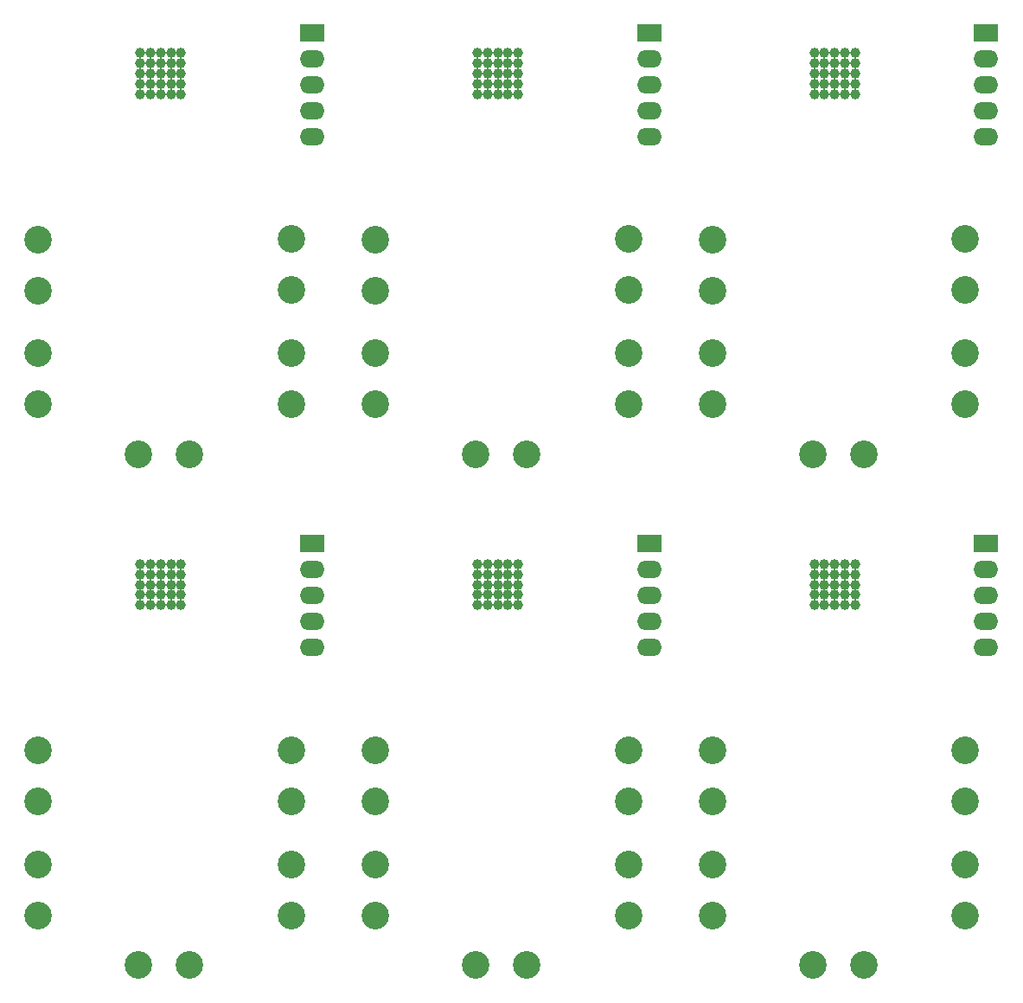
<source format=gbs>
G04 #@! TF.GenerationSoftware,KiCad,Pcbnew,no-vcs-found-91ed3e2~59~ubuntu16.04.1*
G04 #@! TF.CreationDate,2017-08-21T18:57:55+02:00*
G04 #@! TF.ProjectId,ESP32-bat-monitor-latch-pan,45535033322D6261742D6D6F6E69746F,rev?*
G04 #@! TF.SameCoordinates,Original*
G04 #@! TF.FileFunction,Soldermask,Bot*
G04 #@! TF.FilePolarity,Negative*
%FSLAX46Y46*%
G04 Gerber Fmt 4.6, Leading zero omitted, Abs format (unit mm)*
G04 Created by KiCad (PCBNEW no-vcs-found-91ed3e2~59~ubuntu16.04.1) date Mon Aug 21 18:57:55 2017*
%MOMM*%
%LPD*%
G01*
G04 APERTURE LIST*
%ADD10C,1.000000*%
%ADD11C,2.700000*%
%ADD12O,2.399640X1.724000*%
%ADD13R,2.399640X1.724000*%
G04 APERTURE END LIST*
D10*
X71392000Y-96800000D03*
X71392000Y-97800000D03*
X71392000Y-98800000D03*
X71392000Y-99800000D03*
X71392000Y-100800000D03*
X69392000Y-96800000D03*
X69392000Y-97800000D03*
X69392000Y-98800000D03*
X69392000Y-99800000D03*
X69392000Y-100800000D03*
X70392000Y-100800000D03*
X70392000Y-99800000D03*
X70392000Y-98800000D03*
X70392000Y-97800000D03*
X70392000Y-96800000D03*
X68392000Y-96800000D03*
X68392000Y-97800000D03*
X68392000Y-98800000D03*
X68392000Y-99800000D03*
X68392000Y-100800000D03*
X67392000Y-100800000D03*
X67392000Y-99800000D03*
X67392000Y-98800000D03*
X67392000Y-97800000D03*
X67392000Y-96800000D03*
D11*
X72240000Y-186048000D03*
X67240000Y-186048000D03*
D10*
X71392000Y-146800000D03*
X71392000Y-147800000D03*
X71392000Y-148800000D03*
X71392000Y-149800000D03*
X71392000Y-150800000D03*
X69392000Y-146800000D03*
X69392000Y-147800000D03*
X69392000Y-148800000D03*
X69392000Y-149800000D03*
X69392000Y-150800000D03*
X70392000Y-150800000D03*
X70392000Y-149800000D03*
X70392000Y-148800000D03*
X70392000Y-147800000D03*
X70392000Y-146800000D03*
X68392000Y-146800000D03*
X68392000Y-147800000D03*
X68392000Y-148800000D03*
X68392000Y-149800000D03*
X68392000Y-150800000D03*
X67392000Y-150800000D03*
X67392000Y-149800000D03*
X67392000Y-148800000D03*
X67392000Y-147800000D03*
X67392000Y-146800000D03*
D12*
X84218000Y-154958000D03*
X84218000Y-152418000D03*
X84218000Y-149878000D03*
X84218000Y-147338000D03*
D13*
X84218000Y-144798000D03*
D11*
X82186000Y-181174000D03*
X82186000Y-176174000D03*
X82186000Y-165006000D03*
X82186000Y-170006000D03*
X57400000Y-181182000D03*
X57400000Y-176182000D03*
X57400000Y-165037000D03*
X57400000Y-170037000D03*
D10*
X104392000Y-96800000D03*
X104392000Y-97800000D03*
X104392000Y-98800000D03*
X104392000Y-99800000D03*
X104392000Y-100800000D03*
X102392000Y-96800000D03*
X102392000Y-97800000D03*
X102392000Y-98800000D03*
X102392000Y-99800000D03*
X102392000Y-100800000D03*
X103392000Y-100800000D03*
X103392000Y-99800000D03*
X103392000Y-98800000D03*
X103392000Y-97800000D03*
X103392000Y-96800000D03*
X101392000Y-96800000D03*
X101392000Y-97800000D03*
X101392000Y-98800000D03*
X101392000Y-99800000D03*
X101392000Y-100800000D03*
X100392000Y-100800000D03*
X100392000Y-99800000D03*
X100392000Y-98800000D03*
X100392000Y-97800000D03*
X100392000Y-96800000D03*
D12*
X117218000Y-104958000D03*
X117218000Y-102418000D03*
X117218000Y-99878000D03*
X117218000Y-97338000D03*
D13*
X117218000Y-94798000D03*
D11*
X105240000Y-136048000D03*
X100240000Y-136048000D03*
X115186000Y-131174000D03*
X115186000Y-126174000D03*
X115186000Y-115006000D03*
X115186000Y-120006000D03*
X90400000Y-131182000D03*
X90400000Y-126182000D03*
X90400000Y-115037000D03*
X90400000Y-120037000D03*
D12*
X84218000Y-104958000D03*
X84218000Y-102418000D03*
X84218000Y-99878000D03*
X84218000Y-97338000D03*
D13*
X84218000Y-94798000D03*
D11*
X72240000Y-136048000D03*
X67240000Y-136048000D03*
X82186000Y-131174000D03*
X82186000Y-126174000D03*
X82186000Y-115006000D03*
X82186000Y-120006000D03*
X57400000Y-131182000D03*
X57400000Y-126182000D03*
X57400000Y-115037000D03*
X57400000Y-120037000D03*
D10*
X38392000Y-96800000D03*
X38392000Y-97800000D03*
X38392000Y-98800000D03*
X38392000Y-99800000D03*
X38392000Y-100800000D03*
X36392000Y-96800000D03*
X36392000Y-97800000D03*
X36392000Y-98800000D03*
X36392000Y-99800000D03*
X36392000Y-100800000D03*
X37392000Y-100800000D03*
X37392000Y-99800000D03*
X37392000Y-98800000D03*
X37392000Y-97800000D03*
X37392000Y-96800000D03*
X35392000Y-96800000D03*
X35392000Y-97800000D03*
X35392000Y-98800000D03*
X35392000Y-99800000D03*
X35392000Y-100800000D03*
X34392000Y-100800000D03*
X34392000Y-99800000D03*
X34392000Y-98800000D03*
X34392000Y-97800000D03*
X34392000Y-96800000D03*
D12*
X51218000Y-104958000D03*
X51218000Y-102418000D03*
X51218000Y-99878000D03*
X51218000Y-97338000D03*
D13*
X51218000Y-94798000D03*
D11*
X39240000Y-136048000D03*
X34240000Y-136048000D03*
X49186000Y-131174000D03*
X49186000Y-126174000D03*
X49186000Y-115006000D03*
X49186000Y-120006000D03*
X24400000Y-131182000D03*
X24400000Y-126182000D03*
X24400000Y-115037000D03*
X24400000Y-120037000D03*
D10*
X38392000Y-146800000D03*
X38392000Y-147800000D03*
X38392000Y-148800000D03*
X38392000Y-149800000D03*
X38392000Y-150800000D03*
X36392000Y-146800000D03*
X36392000Y-147800000D03*
X36392000Y-148800000D03*
X36392000Y-149800000D03*
X36392000Y-150800000D03*
X37392000Y-150800000D03*
X37392000Y-149800000D03*
X37392000Y-148800000D03*
X37392000Y-147800000D03*
X37392000Y-146800000D03*
X35392000Y-146800000D03*
X35392000Y-147800000D03*
X35392000Y-148800000D03*
X35392000Y-149800000D03*
X35392000Y-150800000D03*
X34392000Y-150800000D03*
X34392000Y-149800000D03*
X34392000Y-148800000D03*
X34392000Y-147800000D03*
X34392000Y-146800000D03*
D12*
X51218000Y-154958000D03*
X51218000Y-152418000D03*
X51218000Y-149878000D03*
X51218000Y-147338000D03*
D13*
X51218000Y-144798000D03*
D11*
X39240000Y-186048000D03*
X34240000Y-186048000D03*
X49186000Y-181174000D03*
X49186000Y-176174000D03*
X49186000Y-165006000D03*
X49186000Y-170006000D03*
X24400000Y-181182000D03*
X24400000Y-176182000D03*
X24400000Y-165037000D03*
X24400000Y-170037000D03*
X90400000Y-170037000D03*
X90400000Y-165037000D03*
X90400000Y-176182000D03*
X90400000Y-181182000D03*
X115186000Y-170006000D03*
X115186000Y-165006000D03*
X115186000Y-176174000D03*
X115186000Y-181174000D03*
X100240000Y-186048000D03*
X105240000Y-186048000D03*
D13*
X117218000Y-144798000D03*
D12*
X117218000Y-147338000D03*
X117218000Y-149878000D03*
X117218000Y-152418000D03*
X117218000Y-154958000D03*
D10*
X100392000Y-146800000D03*
X100392000Y-147800000D03*
X100392000Y-148800000D03*
X100392000Y-149800000D03*
X100392000Y-150800000D03*
X101392000Y-150800000D03*
X101392000Y-149800000D03*
X101392000Y-148800000D03*
X101392000Y-147800000D03*
X101392000Y-146800000D03*
X103392000Y-146800000D03*
X103392000Y-147800000D03*
X103392000Y-148800000D03*
X103392000Y-149800000D03*
X103392000Y-150800000D03*
X102392000Y-150800000D03*
X102392000Y-149800000D03*
X102392000Y-148800000D03*
X102392000Y-147800000D03*
X102392000Y-146800000D03*
X104392000Y-150800000D03*
X104392000Y-149800000D03*
X104392000Y-148800000D03*
X104392000Y-147800000D03*
X104392000Y-146800000D03*
M02*

</source>
